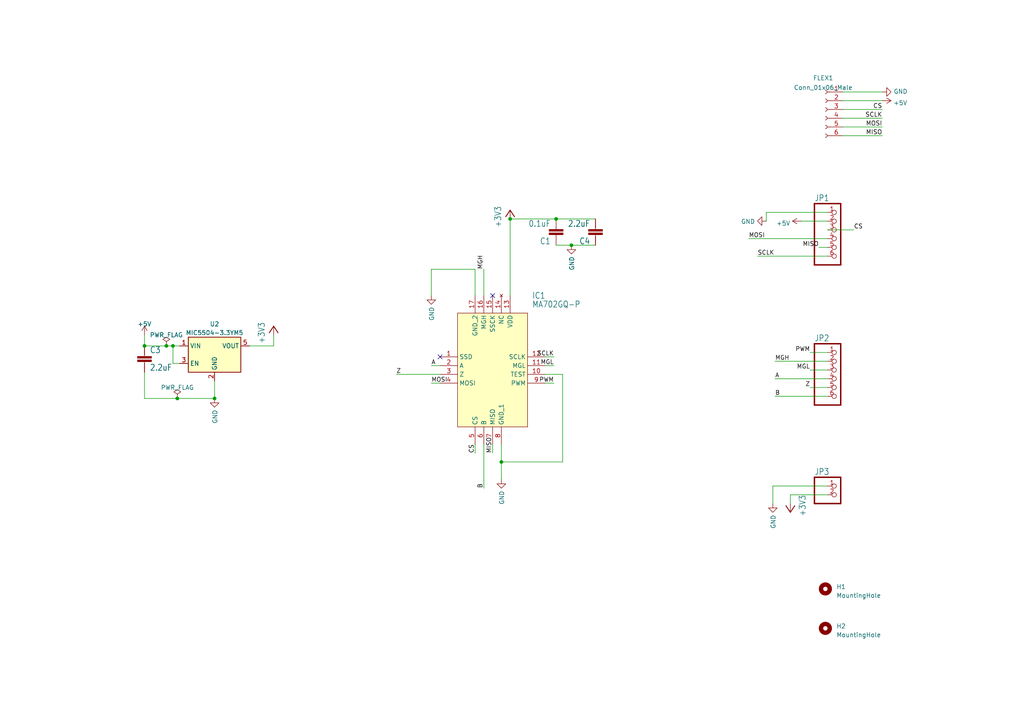
<source format=kicad_sch>
(kicad_sch (version 20230121) (generator eeschema)
  (paper "A4")
  (lib_symbols
    (symbol "Connector:Conn_01x06_Socket" (pin_names (offset 1.016) hide)
      (property "Reference" "J" (at 0 7.62 0))
      (property "Value" "Conn_01x06_Socket" (at 0 -10.16 0))
      (symbol "Conn_01x06_Socket_1_1"
        (arc (start 0 -7.112) (mid -0.5058 -7.62) (end 0 -8.128) (stroke (width 0.1524)))
        (arc (start 0 -4.572) (mid -0.5058 -5.08) (end 0 -5.588) (stroke (width 0.1524)))
        (arc (start 0 -2.032) (mid -0.5058 -2.54) (end 0 -3.048) (stroke (width 0.1524)))
        (polyline (pts (xy -1.27 -7.62) (xy -0.508 -7.62)) (stroke (width 0.1524)))
        (polyline (pts (xy -1.27 -5.08) (xy -0.508 -5.08)) (stroke (width 0.1524)))
        (polyline (pts (xy -1.27 -2.54) (xy -0.508 -2.54)) (stroke (width 0.1524)))
        (polyline (pts (xy -1.27 0) (xy -0.508 0)) (stroke (width 0.1524)))
        (polyline (pts (xy -1.27 2.54) (xy -0.508 2.54)) (stroke (width 0.1524)))
        (polyline (pts (xy -1.27 5.08) (xy -0.508 5.08)) (stroke (width 0.1524)))
        (arc (start 0 0.508) (mid -0.5058 0) (end 0 -0.508) (stroke (width 0.1524)))
        (arc (start 0 3.048) (mid -0.5058 2.54) (end 0 2.032) (stroke (width 0.1524)))
        (arc (start 0 5.588) (mid -0.5058 5.08) (end 0 4.572) (stroke (width 0.1524)))
        (pin passive line (at -5.08 5.08 0) (length 3.81) (name "Pin_1") (number "1"))
        (pin passive line (at -5.08 2.54 0) (length 3.81) (name "Pin_2") (number "2"))
        (pin passive line (at -5.08 0 0) (length 3.81) (name "Pin_3") (number "3"))
        (pin passive line (at -5.08 -2.54 0) (length 3.81) (name "Pin_4") (number "4"))
        (pin passive line (at -5.08 -5.08 0) (length 3.81) (name "Pin_5") (number "5"))
        (pin passive line (at -5.08 -7.62 0) (length 3.81) (name "Pin_6") (number "6"))
      )
    )
    (symbol "MA702-eagle-import:+3V3" (power)
      (property "Value" "+3V3" (at -2.54 -5.08 90))
      (symbol "+3V3_1_0"
        (polyline (pts (xy 0 0) (xy -1.27 -1.905)) (stroke (width 0.254)))
        (polyline (pts (xy 1.27 -1.905) (xy 0 0)) (stroke (width 0.254)))
        (pin power_in line (at 0 -2.54 90) (length 2.54) (name "+3V3") (number "1"))
      )
    )
    (symbol "MA702-eagle-import:C-EUC0603"
      (property "Reference" "C" (at 1.524 0.381 0))
      (symbol "C-EUC0603_1_0"
        (rectangle (start -2.032 -2.032) (end 2.032 -1.524) (fill (type outline)))
        (rectangle (start -2.032 -1.016) (end 2.032 -0.508) (fill (type outline)))
        (polyline (pts (xy 0 -2.54) (xy 0 -2.032)) (stroke (width 0.1524)))
        (polyline (pts (xy 0 0) (xy 0 -0.508)) (stroke (width 0.1524)))
        (pin passive line (at 0 2.54 270) (length 2.54) (name "1") (number "1"))
        (pin passive line (at 0 -5.08 90) (length 2.54) (name "2") (number "2"))
      )
    )
    (symbol "MA702-eagle-import:MA702GQ-P"
      (property "Reference" "IC1" (at 26.67 17.78 0))
      (property "Value" "MA702GQ-P" (at 26.67 15.24 0))
      (symbol "MA702GQ-P_1_0"
        (pin bidirectional line (at 0 0 0) (length 5.08) (name "SSD") (number "1"))
        (pin bidirectional line (at 30.48 -5.08 180) (length 5.08) (name "TEST") (number "10"))
        (pin bidirectional line (at 30.48 -2.54 180) (length 5.08) (name "MGL") (number "11"))
        (pin bidirectional line (at 30.48 0 180) (length 5.08) (name "SCLK") (number "12"))
        (pin power_in line (at 20.32 17.78 270) (length 5.08) (name "VDD") (number "13"))
        (pin no_connect line (at 17.78 17.78 270) (length 5.08) (name "NC") (number "14"))
        (pin bidirectional line (at 15.24 17.78 270) (length 5.08) (name "SSCK") (number "15"))
        (pin bidirectional line (at 12.7 17.78 270) (length 5.08) (name "MGH") (number "16"))
        (pin power_in line (at 10.16 17.78 270) (length 5.08) (name "GND_2") (number "17"))
        (pin bidirectional line (at 0 -2.54 0) (length 5.08) (name "A") (number "2"))
        (pin bidirectional line (at 0 -5.08 0) (length 5.08) (name "Z") (number "3"))
        (pin bidirectional line (at 0 -7.62 0) (length 5.08) (name "MOSI") (number "4"))
        (pin bidirectional line (at 10.16 -25.4 90) (length 5.08) (name "CS") (number "5"))
        (pin bidirectional line (at 12.7 -25.4 90) (length 5.08) (name "B") (number "6"))
        (pin bidirectional line (at 15.24 -25.4 90) (length 5.08) (name "MISO") (number "7"))
        (pin power_in line (at 17.78 -25.4 90) (length 5.08) (name "GND_1") (number "8"))
        (pin bidirectional line (at 30.48 -7.62 180) (length 5.08) (name "PWM") (number "9"))
      )
      (symbol "MA702GQ-P_1_1"
        (rectangle (start 5.08 12.7) (end 25.4 -20.32) (fill (type background)))
      )
    )
    (symbol "MA702-eagle-import:PINHD-1X02_2.54-S"
      (property "Reference" "JP" (at -6.35 5.715 0))
      (symbol "PINHD-1X02_2.54-S_1_0"
        (polyline (pts (xy -6.35 -2.54) (xy 1.27 -2.54)) (stroke (width 0.4064)))
        (polyline (pts (xy -6.35 5.08) (xy -6.35 -2.54)) (stroke (width 0.4064)))
        (polyline (pts (xy 1.27 -2.54) (xy 1.27 5.08)) (stroke (width 0.4064)))
        (polyline (pts (xy 1.27 5.08) (xy -6.35 5.08)) (stroke (width 0.4064)))
        (pin passive inverted (at -2.54 2.54 0) (length 2.54) (name "1") (number "1"))
        (pin passive inverted (at -2.54 0 0) (length 2.54) (name "2") (number "2"))
      )
    )
    (symbol "MA702-eagle-import:PINHD-1X06_2.54-S"
      (property "Reference" "JP" (at -6.35 10.795 0))
      (symbol "PINHD-1X06_2.54-S_1_0"
        (polyline (pts (xy -6.35 -7.62) (xy 1.27 -7.62)) (stroke (width 0.4064)))
        (polyline (pts (xy -6.35 10.16) (xy -6.35 -7.62)) (stroke (width 0.4064)))
        (polyline (pts (xy 1.27 -7.62) (xy 1.27 10.16)) (stroke (width 0.4064)))
        (polyline (pts (xy 1.27 10.16) (xy -6.35 10.16)) (stroke (width 0.4064)))
        (pin passive inverted (at -2.54 7.62 0) (length 2.54) (name "1") (number "1"))
        (pin passive inverted (at -2.54 5.08 0) (length 2.54) (name "2") (number "2"))
        (pin passive inverted (at -2.54 2.54 0) (length 2.54) (name "3") (number "3"))
        (pin passive inverted (at -2.54 0 0) (length 2.54) (name "4") (number "4"))
        (pin passive inverted (at -2.54 -2.54 0) (length 2.54) (name "5") (number "5"))
        (pin passive inverted (at -2.54 -5.08 0) (length 2.54) (name "6") (number "6"))
      )
    )
    (symbol "Mechanical:MountingHole" (pin_names (offset 1.016))
      (property "Reference" "H" (at 0 5.08 0))
      (property "Value" "MountingHole" (at 0 3.175 0))
      (symbol "MountingHole_0_1"
        (circle (center 0 0) (radius 1.27) (stroke (width 1.27)))
      )
    )
    (symbol "Regulator_Linear:MIC5504-3.3YM5"
      (property "Reference" "U" (at -7.62 8.89 0))
      (property "Value" "MIC5504-3.3YM5" (at -7.62 6.35 0))
      (symbol "MIC5504-3.3YM5_0_1"
        (rectangle (start -7.62 -5.08) (end 7.62 5.08) (stroke (width 0.254)) (fill (type background)))
      )
      (symbol "MIC5504-3.3YM5_1_1"
        (pin power_in line (at -10.16 2.54 0) (length 2.54) (name "VIN") (number "1"))
        (pin power_in line (at 0 -7.62 90) (length 2.54) (name "GND") (number "2"))
        (pin input line (at -10.16 -2.54 0) (length 2.54) (name "EN") (number "3"))
        (pin no_connect line (at 7.62 -2.54 180) (length 2.54) hide (name "NC") (number "4"))
        (pin power_out line (at 10.16 2.54 180) (length 2.54) (name "VOUT") (number "5"))
      )
    )
    (symbol "power:+5V" (power) (pin_names (offset 0))
      (property "Value" "+5V" (at 0 3.556 0))
      (symbol "+5V_0_1"
        (polyline (pts (xy -0.762 1.27) (xy 0 2.54)))
        (polyline (pts (xy 0 0) (xy 0 2.54)))
        (polyline (pts (xy 0 2.54) (xy 0.762 1.27)))
      )
      (symbol "+5V_1_1"
        (pin power_in line (at 0 0 90) (length 0) hide (name "+5V") (number "1"))
      )
    )
    (symbol "power:GND" (power) (pin_names (offset 0))
      (property "Value" "GND" (at 0 -3.81 0))
      (symbol "GND_0_1"
        (polyline (pts (xy 0 0) (xy 0 -1.27) (xy 1.27 -1.27) (xy 0 -2.54) (xy -1.27 -1.27) (xy 0 -1.27)))
      )
      (symbol "GND_1_1"
        (pin power_in line (at 0 0 270) (length 0) hide (name "GND") (number "1"))
      )
    )
    (symbol "power:PWR_FLAG" (power) (pin_numbers hide) (pin_names (offset 0) hide)
      (property "Value" "PWR_FLAG" (at 0 3.81 0))
      (symbol "PWR_FLAG_0_0"
        (pin power_out line (at 0 0 90) (length 0) (name "pwr") (number "1"))
      )
      (symbol "PWR_FLAG_0_1"
        (polyline (pts (xy 0 0) (xy 0 1.27) (xy -1.016 1.905) (xy 0 2.54) (xy 1.016 1.905) (xy 0 1.27)))
      )
    )
  )
  (junction (at 62.23 115.57))
  (junction (at 147.955 63.5))
  (junction (at 51.435 115.57))
  (junction (at 145.415 133.985))
  (junction (at 41.91 100.33))
  (junction (at 50.165 100.33))
  (junction (at 48.26 100.33))
  (junction (at 161.29 63.5))
  (junction (at 165.735 71.12))
  (no_connect (at 127.635 103.505))
  (no_connect (at 142.875 85.725))
  (wire (pts (xy 137.795 85.725) (xy 137.795 78.105)) (stroke (width 0.1524)))
  (wire (pts (xy 240.03 74.295) (xy 219.71 74.295)) (stroke (width 0.1524)))
  (wire (pts (xy 147.955 73.025) (xy 147.955 85.725)) (stroke (width 0.1524)))
  (wire (pts (xy 50.165 100.33) (xy 52.07 100.33)))
  (wire (pts (xy 163.195 108.585) (xy 163.195 133.985)) (stroke (width 0.1524)))
  (wire (pts (xy 224.155 140.97) (xy 240.03 140.97)))
  (wire (pts (xy 240.03 61.595) (xy 222.25 61.595)) (stroke (width 0.1524)))
  (wire (pts (xy 158.115 108.585) (xy 163.195 108.585)) (stroke (width 0.1524)))
  (wire (pts (xy 140.335 85.725) (xy 140.335 78.105)) (stroke (width 0.1524)))
  (wire (pts (xy 244.475 39.37) (xy 255.905 39.37)))
  (wire (pts (xy 48.26 100.33) (xy 50.165 100.33)))
  (wire (pts (xy 163.195 133.985) (xy 145.415 133.985)) (stroke (width 0.1524)))
  (wire (pts (xy 79.375 97.155) (xy 79.375 100.33)))
  (wire (pts (xy 147.955 63.5) (xy 147.955 73.025)))
  (wire (pts (xy 240.03 71.755) (xy 237.49 71.755)) (stroke (width 0.1524)))
  (wire (pts (xy 244.475 29.21) (xy 255.905 29.21)))
  (wire (pts (xy 52.07 105.41) (xy 50.165 105.41)))
  (wire (pts (xy 240.03 112.395) (xy 234.95 112.395)) (stroke (width 0.1524)))
  (wire (pts (xy 244.475 36.83) (xy 255.905 36.83)))
  (wire (pts (xy 137.795 128.905) (xy 137.795 131.445)) (stroke (width 0.1524)))
  (wire (pts (xy 50.165 105.41) (xy 50.165 100.33)))
  (wire (pts (xy 240.03 102.235) (xy 234.95 102.235)) (stroke (width 0.1524)))
  (wire (pts (xy 240.03 69.215) (xy 217.17 69.215)) (stroke (width 0.1524)))
  (wire (pts (xy 41.91 107.95) (xy 41.91 115.57)))
  (wire (pts (xy 158.115 106.045) (xy 160.655 106.045)) (stroke (width 0.1524)))
  (wire (pts (xy 229.235 143.51) (xy 240.03 143.51)))
  (wire (pts (xy 224.155 146.05) (xy 224.155 140.97)))
  (wire (pts (xy 79.375 100.33) (xy 72.39 100.33)))
  (wire (pts (xy 229.235 143.51) (xy 229.235 146.05)) (stroke (width 0.1524)))
  (wire (pts (xy 244.475 26.67) (xy 255.905 26.67)))
  (wire (pts (xy 158.115 111.125) (xy 160.655 111.125)) (stroke (width 0.1524)))
  (wire (pts (xy 244.475 31.75) (xy 255.905 31.75)))
  (wire (pts (xy 158.115 103.505) (xy 160.655 103.505)) (stroke (width 0.1524)))
  (wire (pts (xy 142.875 128.905) (xy 142.875 131.445)) (stroke (width 0.1524)))
  (wire (pts (xy 240.03 109.855) (xy 224.79 109.855)) (stroke (width 0.1524)))
  (wire (pts (xy 137.795 78.105) (xy 125.095 78.105)) (stroke (width 0.1524)))
  (wire (pts (xy 240.03 114.935) (xy 224.79 114.935)) (stroke (width 0.1524)))
  (wire (pts (xy 240.03 104.775) (xy 224.79 104.775)) (stroke (width 0.1524)))
  (wire (pts (xy 161.29 63.5) (xy 172.72 63.5)))
  (wire (pts (xy 41.91 100.33) (xy 48.26 100.33)))
  (wire (pts (xy 244.475 34.29) (xy 255.905 34.29)))
  (wire (pts (xy 127.635 108.585) (xy 114.935 108.585)) (stroke (width 0.1524)))
  (wire (pts (xy 165.735 71.12) (xy 172.72 71.12)))
  (wire (pts (xy 51.435 115.57) (xy 62.23 115.57)))
  (wire (pts (xy 41.91 97.155) (xy 41.91 100.33)))
  (wire (pts (xy 127.635 111.125) (xy 125.095 111.125)) (stroke (width 0.1524)))
  (wire (pts (xy 62.23 110.49) (xy 62.23 115.57)))
  (wire (pts (xy 145.415 139.065) (xy 145.415 133.985)) (stroke (width 0.1524)))
  (wire (pts (xy 41.91 115.57) (xy 51.435 115.57)))
  (wire (pts (xy 125.095 78.105) (xy 125.095 85.725)) (stroke (width 0.1524)))
  (wire (pts (xy 222.25 61.595) (xy 222.25 64.135)) (stroke (width 0.1524)))
  (wire (pts (xy 240.03 64.135) (xy 232.41 64.135)) (stroke (width 0.1524)))
  (wire (pts (xy 240.03 107.315) (xy 234.95 107.315)) (stroke (width 0.1524)))
  (wire (pts (xy 140.335 128.905) (xy 140.335 141.605)) (stroke (width 0.1524)))
  (wire (pts (xy 240.03 66.675) (xy 247.65 66.675)) (stroke (width 0.1524)))
  (wire (pts (xy 161.29 63.5) (xy 147.955 63.5)))
  (wire (pts (xy 127.635 106.045) (xy 125.095 106.045)) (stroke (width 0.1524)))
  (wire (pts (xy 145.415 133.985) (xy 145.415 128.905)) (stroke (width 0.1524)))
  (wire (pts (xy 161.29 71.12) (xy 165.735 71.12)))
  (label "PWM" (at 234.95 102.235 180) (effects (font (size 1.2446 1.2446))))
  (label "MGL" (at 234.95 107.315 180) (effects (font (size 1.2446 1.2446))))
  (label "CS" (at 255.905 31.75 180))
  (label "MOSI" (at 255.905 36.83 180))
  (label "Z" (at 114.935 108.585 0) (effects (font (size 1.2446 1.2446))))
  (label "B" (at 224.79 114.935 0) (effects (font (size 1.2446 1.2446))))
  (label "MOSI" (at 217.17 69.215 0) (effects (font (size 1.2446 1.2446))))
  (label "MISO" (at 142.875 131.445 90) (effects (font (size 1.2446 1.2446))))
  (label "CS" (at 137.795 131.445 90) (effects (font (size 1.2446 1.2446))))
  (label "MOSI" (at 125.095 111.125 0) (effects (font (size 1.2446 1.2446))))
  (label "MGL" (at 160.655 106.045 180) (effects (font (size 1.2446 1.2446))))
  (label "A" (at 224.79 109.855 0) (effects (font (size 1.2446 1.2446))))
  (label "MISO" (at 255.905 39.37 180))
  (label "CS" (at 247.65 66.675 0) (effects (font (size 1.2446 1.2446))))
  (label "MGH" (at 224.79 104.775 0) (effects (font (size 1.2446 1.2446))))
  (label "A" (at 125.095 106.045 0) (effects (font (size 1.2446 1.2446))))
  (label "SCLK" (at 219.71 74.295 0) (effects (font (size 1.2446 1.2446))))
  (label "Z" (at 234.95 112.395 180) (effects (font (size 1.2446 1.2446))))
  (label "SCLK" (at 255.905 34.29 180))
  (label "PWM" (at 160.655 111.125 180) (effects (font (size 1.2446 1.2446))))
  (label "SCLK" (at 160.655 103.505 180) (effects (font (size 1.2446 1.2446))))
  (label "MISO" (at 237.49 71.755 180) (effects (font (size 1.2446 1.2446))))
  (label "B" (at 140.335 141.605 90) (effects (font (size 1.2446 1.2446))))
  (label "MGH" (at 140.335 78.105 90) (effects (font (size 1.2446 1.2446))))
  (symbol (lib_id "MA702-eagle-import:PINHD-1X06_2.54-S") (at 242.57 69.215 0) (unit 1)
    (property "Reference" "JP1" (at 236.22 58.42 0) (effects (font (size 1.778 1.5113)) (justify left bottom)))
    (property "Value" "PINHD-1X06_2.54-S" (effects hide))
    (property "Footprint" "MA702:1X06-S" (effects hide))
  )
  (symbol (lib_id "MA702-eagle-import:C-EUC0603") (at 161.29 68.58 180) (unit 1)
    (property "Reference" "C1" (at 159.766 68.961 0) (effects (font (size 1.778 1.5113)) (justify left bottom)))
    (property "Value" "0.1uF" (at 159.766 63.881 0) (effects (font (size 1.778 1.5113)) (justify left bottom)))
    (property "Footprint" "Capacitor_SMD:C_0402_1005Metric" (effects hide))
  )
  (symbol (lib_id "power:GND") (at 145.415 139.065 0) (unit 1)
    (property "Reference" "#PWR09" (effects hide))
    (property "Value" "GND" (at 145.542 142.3162 90) (effects (justify right)))
  )
  (symbol (lib_id "power:GND") (at 224.155 146.05 0) (unit 1)
    (property "Reference" "#PWR07" (effects hide))
    (property "Value" "GND" (at 224.282 149.3012 90) (effects (justify right)))
  )
  (symbol (lib_id "Mechanical:MountingHole") (at 239.395 170.815 0) (unit 1)
    (property "Reference" "H1" (at 242.57 170.18 0) (effects (justify left)))
    (property "Value" "MountingHole" (at 242.57 172.72 0) (effects (justify left)))
    (property "Footprint" "MountingHole:MountingHole_2.7mm_M2.5_DIN965" (effects hide))
  )
  (symbol (lib_id "power:GND") (at 255.905 26.67 90) (unit 1)
    (property "Reference" "#PWR0125" (effects hide))
    (property "Value" "GND" (at 259.1562 26.543 90) (effects (justify right)))
  )
  (symbol (lib_id "MA702-eagle-import:+3V3") (at 79.375 94.615 0) (unit 1)
    (property "Reference" "#+3V02" (effects hide))
    (property "Value" "+3V3" (at 76.835 99.695 90) (effects (font (size 1.778 1.5113)) (justify left bottom)))
  )
  (symbol (lib_id "power:PWR_FLAG") (at 48.26 100.33 0) (unit 1)
    (property "Reference" "#FLG02" (effects hide))
    (property "Value" "PWR_FLAG" (at 48.26 97.155 0))
  )
  (symbol (lib_id "MA702-eagle-import:PINHD-1X02_2.54-S") (at 242.57 143.51 0) (unit 1)
    (property "Reference" "JP3" (at 236.22 137.795 0) (effects (font (size 1.778 1.5113)) (justify left bottom)))
    (property "Value" "PINHD-1X02_2.54-S" (effects hide))
    (property "Footprint" "MA702:1X02-S" (effects hide))
  )
  (symbol (lib_id "power:GND") (at 165.735 71.12 0) (unit 1)
    (property "Reference" "#PWR06" (effects hide))
    (property "Value" "GND" (at 165.862 74.3712 90) (effects (justify right)))
  )
  (symbol (lib_id "power:GND") (at 62.23 115.57 0) (unit 1)
    (property "Reference" "#PWR05" (effects hide))
    (property "Value" "GND" (at 62.357 118.8212 90) (effects (justify right)))
  )
  (symbol (lib_id "MA702-eagle-import:+3V3") (at 229.235 148.59 180) (unit 1)
    (property "Reference" "#+3V03" (effects hide))
    (property "Value" "+3V3" (at 231.775 143.51 90) (effects (font (size 1.778 1.5113)) (justify left bottom)))
  )
  (symbol (lib_id "power:GND") (at 222.25 64.135 270) (unit 1)
    (property "Reference" "#PWR04" (effects hide))
    (property "Value" "GND" (at 218.9988 64.262 90) (effects (justify right)))
  )
  (symbol (lib_id "power:GND") (at 125.095 85.725 0) (unit 1)
    (property "Reference" "#PWR08" (effects hide))
    (property "Value" "GND" (at 125.222 88.9762 90) (effects (justify right)))
  )
  (symbol (lib_id "MA702-eagle-import:+3V3") (at 147.955 60.96 0) (unit 1)
    (property "Reference" "#+3V01" (effects hide))
    (property "Value" "+3V3" (at 145.415 66.04 90) (effects (font (size 1.778 1.5113)) (justify left bottom)))
  )
  (symbol (lib_id "Regulator_Linear:MIC5504-3.3YM5") (at 62.23 102.87 0) (unit 1)
    (property "Reference" "U2" (at 62.23 93.98 0))
    (property "Value" "MIC5504-3.3YM5" (at 62.23 96.52 0))
    (property "Footprint" "Package_TO_SOT_SMD:SOT-23-5" (effects hide))
    (property "Datasheet" "http://ww1.microchip.com/downloads/en/DeviceDoc/MIC550X.pdf" (effects hide))
  )
  (symbol (lib_id "power:+5V") (at 255.905 29.21 270) (unit 1)
    (property "Reference" "#PWR01" (effects hide))
    (property "Value" "+5V" (at 259.08 29.845 90) (effects (justify left)))
  )
  (symbol (lib_id "power:+5V") (at 41.91 97.155 0) (unit 1)
    (property "Reference" "#PWR03" (effects hide))
    (property "Value" "+5V" (at 41.91 93.98 0))
  )
  (symbol (lib_id "MA702-eagle-import:C-EUC0603") (at 41.91 102.87 0) (unit 1)
    (property "Reference" "C3" (at 43.434 102.489 0) (effects (font (size 1.778 1.5113)) (justify left bottom)))
    (property "Value" "2.2uF" (at 43.434 107.569 0) (effects (font (size 1.778 1.5113)) (justify left bottom)))
    (property "Footprint" "Capacitor_SMD:C_0603_1608Metric" (effects hide))
  )
  (symbol (lib_id "power:PWR_FLAG") (at 51.435 115.57 0) (unit 1)
    (property "Reference" "#FLG01" (effects hide))
    (property "Value" "PWR_FLAG" (at 51.435 112.395 0))
  )
  (symbol (lib_id "Connector:Conn_01x06_Socket") (at 239.395 31.75 0) (mirror y) (unit 1)
    (property "Reference" "FLEX1" (at 238.76 22.6273 0))
    (property "Value" "Conn_01x06_Male" (at 238.76 25.4024 0))
    (property "Footprint" "Connector_JST:JST_GH_SM06B-GHS-TB_1x06-1MP_P1.25mm_Horizontal" (effects hide))
  )
  (symbol (lib_id "Mechanical:MountingHole") (at 239.395 182.245 0) (unit 1)
    (property "Reference" "H2" (at 242.57 181.61 0) (effects (justify left)))
    (property "Value" "MountingHole" (at 242.57 184.15 0) (effects (justify left)))
    (property "Footprint" "MountingHole:MountingHole_2.7mm_M2.5_DIN965" (effects hide))
  )
  (symbol (lib_id "power:+5V") (at 232.41 64.135 90) (unit 1)
    (property "Reference" "#PWR02" (effects hide))
    (property "Value" "+5V" (at 229.235 64.77 90) (effects (justify left)))
  )
  (symbol (lib_id "MA702-eagle-import:PINHD-1X06_2.54-S") (at 242.57 109.855 0) (unit 1)
    (property "Reference" "JP2" (at 236.22 99.06 0) (effects (font (size 1.778 1.5113)) (justify left bottom)))
    (property "Value" "PINHD-1X06_2.54-S" (effects hide))
    (property "Footprint" "MA702:1X06-S" (effects hide))
  )
  (symbol (lib_id "MA702-eagle-import:MA702GQ-P") (at 127.635 103.505 0) (unit 1)
    (property "Reference" "IC1" (at 154.305 85.725 0) (effects (font (size 1.778 1.5113)) (justify left)))
    (property "Value" "MA702GQ-P" (at 154.305 88.265 0) (effects (font (size 1.778 1.5113)) (justify left)))
    (property "Footprint" "Package_DFN_QFN:QFN-16-1EP_3x3mm_P0.5mm_EP1.7x1.7mm" (effects hide))
  )
  (symbol (lib_id "MA702-eagle-import:C-EUC0603") (at 172.72 68.58 180) (unit 1)
    (property "Reference" "C4" (at 171.196 68.961 0) (effects (font (size 1.778 1.5113)) (justify left bottom)))
    (property "Value" "2.2uF" (at 171.196 63.881 0) (effects (font (size 1.778 1.5113)) (justify left bottom)))
    (property "Footprint" "Capacitor_SMD:C_0603_1608Metric" (effects hide))
  )
)
</source>
